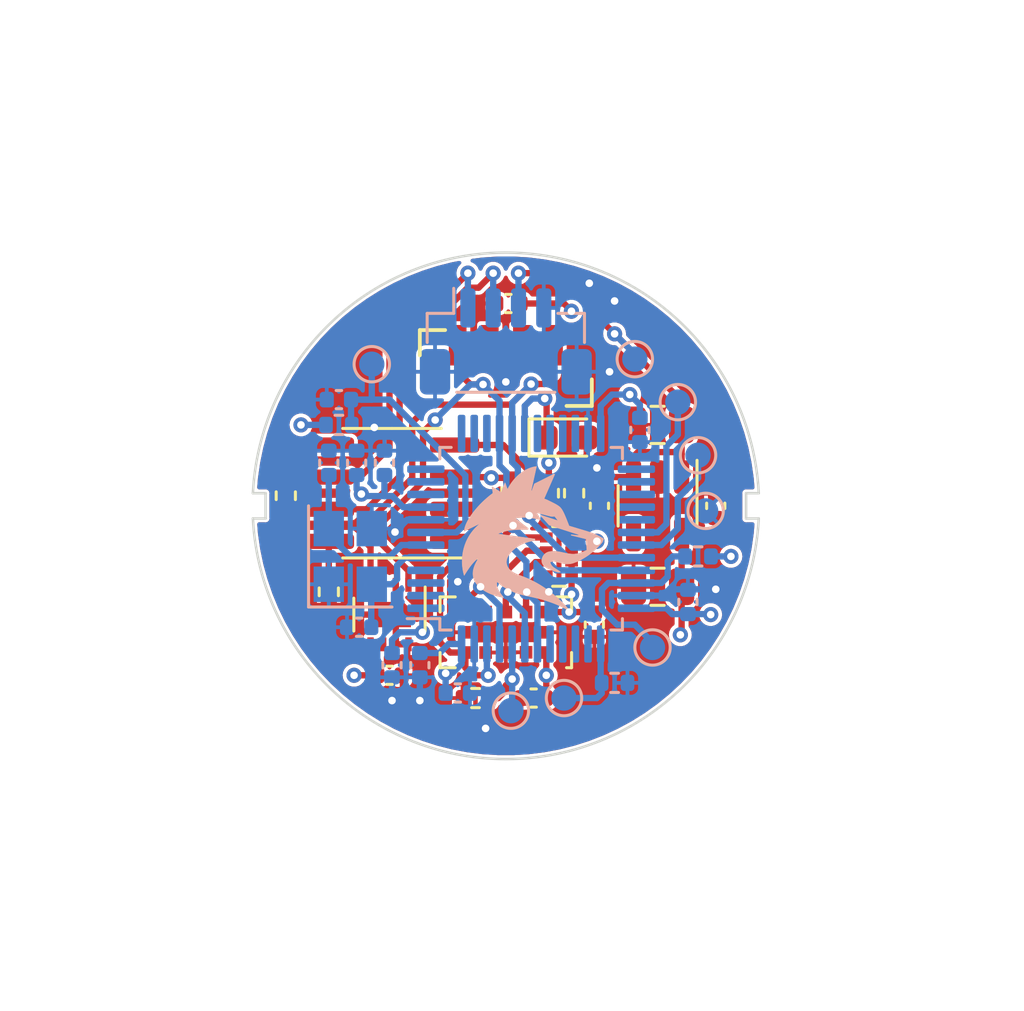
<source format=kicad_pcb>
(kicad_pcb (version 20211014) (generator pcbnew)
  (layers (0 "F.Cu" signal) (1 "In1.Cu" signal) (2 "In2.Cu" signal) (31 "B.Cu" signal) (34 "B.Paste" user) (35 "F.Paste" user) (36 "B.SilkS" user "B.Silkscreen") (37 "F.SilkS" user "F.Silkscreen") (38 "B.Mask" user) (39 "F.Mask" user) (44 "Edge.Cuts" user))
  (net 0 "")
  (net 1 "+3V3")
  (net 2 "GND")
  (net 3 "+5V")
  (net 4 "/CAN_{H}")
  (net 5 "/CAN_{L}")
  (net 6 "/UART_TX")
  (net 7 "/UART_RX")
  (net 8 "Net-(R2-Pad2)")
  (net 9 "/SHUT")
  (net 10 "/INT")
  (net 11 "/SCL")
  (net 12 "/SDA")
  (net 13 "/SWDIO")
  (net 14 "/SWCLK")
  (net 15 "/BOOT0")
  (net 16 "/BOOT1")
  (net 24 "/CAN_RX")
  (net 25 "/CAN_TX")
  (net 29 "/NRST")
  (net 31 "Net-(C13-Pad1)")
  (net 32 "Net-(C14-Pad1)")
  (net 34 "Net-(D1-Pad2)")
  (net 46 "Net-(D1-Pad1)")
  (footprint "Resistor_SMD:R_0402_1005Metric" (layer "F.Cu") (at 91.3 99.6 90)
    (fp_text reference "R4" hide)
    (fp_text value "120R")
  )
  (footprint "Package_SO:SOIC-8_3.9x4.9mm_P1.27mm" (layer "F.Cu") (at 95.5 99.5 180)
    (fp_text reference "U3" hide)
    (fp_text value "SN65HVD230")
  )
  (footprint "Resistor_SMD:R_0402_1005Metric" (layer "F.Cu") (at 101.7 99.5 90)
    (fp_text reference "R13" hide)
    (fp_text value "10K")
  )
  (footprint "Capacitor_SMD:C_0402_1005Metric" (layer "F.Cu") (at 100.2 99.4 -90)
    (fp_text reference "C15" hide)
    (fp_text value "100nF")
  )
  (footprint "Package_TO_SOT_SMD:SOT-23-5" (layer "F.Cu") (at 106 100 -90)
    (fp_text reference "U1" hide)
    (fp_text value "ME6211C33M5G-N")
  )
  (footprint "Resistor_SMD:R_0402_1005Metric" (layer "F.Cu") (at 93 103.4 90)
    (fp_text reference "R2" hide)
    (fp_text value "0R")
  )
  (footprint "Capacitor_SMD:C_0402_1005Metric" (layer "F.Cu") (at 103.7 100 -90)
    (fp_text reference "C8" hide)
    (fp_text value "100nF")
  )
  (footprint "OptoDevice:ST_VL53L1X" (layer "F.Cu") (at 100 105 180)
    (fp_text reference "U6" hide)
    (fp_text value "VL53L1CXV0FY1")
  )
  (footprint "Capacitor_SMD:C_0402_1005Metric" (layer "F.Cu") (at 100.1 92)
    (fp_text reference "C17" hide)
    (fp_text value "100nF")
  )
  (footprint "Capacitor_SMD:C_0402_1005Metric" (layer "F.Cu") (at 101.1 107.6 180)
    (fp_text reference "C19" hide)
    (fp_text value "4.7uF")
  )
  (footprint "Capacitor_SMD:C_0402_1005Metric" (layer "F.Cu") (at 103.5 104.7 -90)
    (fp_text reference "C18" hide)
    (fp_text value "100nF")
  )
  (footprint "Sensor_Humidity:Sensirion_DFN-8-1EP_2.5x2.5mm_P0.5mm_EP1.1x1.7mm" (layer "F.Cu") (at 95.4 104.3 -90)
    (fp_text reference "U4" hide)
    (fp_text value "SHT30-DIS")
  )
  (footprint "Capacitor_SMD:C_0402_1005Metric" (layer "F.Cu") (at 95.4 106.7 180)
    (fp_text reference "C16" hide)
    (fp_text value "100nF")
  )
  (footprint "Capacitor_SMD:C_0805_2012Metric" (layer "F.Cu") (at 106 96.8 180)
    (fp_text reference "C6" hide)
    (fp_text value "10uF")
  )
  (footprint "Capacitor_SMD:C_0402_1005Metric" (layer "F.Cu") (at 108.3 100 90)
    (fp_text reference "C12" hide)
    (fp_text value "100nF")
  )
  (footprint "LED_SMD:LED_0603_1608Metric" (layer "F.Cu") (at 102.4 97.3)
    (fp_text reference "D1" hide)
    (fp_text value "LED")
  )
  (footprint "Resistor_SMD:R_0402_1005Metric" (layer "F.Cu") (at 102.7 99.5 90)
    (fp_text reference "R3" hide)
    (fp_text value "13R")
  )
  (footprint "lib_fp:VEML7700-TOP" (layer "F.Cu") (at 100 95 180)
    (fp_text reference "U5" hide)
    (fp_text value "VEML7700")
  )
  (footprint "Resistor_SMD:R_0402_1005Metric" (layer "F.Cu") (at 98.8 107.6)
    (fp_text reference "R11" hide)
    (fp_text value "10K")
  )
  (footprint "Capacitor_SMD:C_0805_2012Metric" (layer "F.Cu") (at 106 103.2 180)
    (fp_text reference "C11" hide)
    (fp_text value "10uF")
  )
  (footprint "Resistor_SMD:R_Array_Convex_4x0402" (layer "F.Cu") (at 102.1 102)
    (fp_text reference "RN1" hide)
    (fp_text value "10K")
  )
  (footprint "TestPoint:TestPoint_Pad_D1.0mm" (layer "B.Cu") (at 94.7 94.4 180)
    (fp_text reference "TP6" hide)
    (fp_text value "TestPoint")
  )
  (footprint "TestPoint:TestPoint_Pad_D1.0mm" (layer "B.Cu") (at 107.9 100.2 180)
    (fp_text reference "TP8" hide)
    (fp_text value "TestPoint")
  )
  (footprint "TestPoint:TestPoint_Pad_D1.0mm" (layer "B.Cu") (at 100.2 108.1 180)
    (fp_text reference "TP7" hide)
    (fp_text value "TestPoint")
  )
  (footprint "Resistor_SMD:R_0402_1005Metric" (layer "B.Cu") (at 107.6 102)
    (fp_text reference "R9" hide)
    (fp_text value "10K")
  )
  (footprint "Capacitor_SMD:C_0402_1005Metric" (layer "B.Cu") (at 105.3 97 -90)
    (fp_text reference "C3" hide)
    (fp_text value "100nF")
  )
  (footprint "TestPoint:TestPoint_Pad_D1.0mm" (layer "B.Cu") (at 107.6 98 180)
    (fp_text reference "TP5" hide)
    (fp_text value "TestPoint")
  )
  (footprint "Package_QFP:LQFP-48_7x7mm_P0.5mm" (layer "B.Cu") (at 101 101.3)
    (fp_text reference "U2" hide)
    (fp_text value "GD32E103C8T6")
  )
  (footprint "Capacitor_SMD:C_0402_1005Metric" (layer "B.Cu") (at 98.1 107.4)
    (fp_text reference "C2" hide)
    (fp_text value "100nF")
  )
  (footprint "Capacitor_SMD:C_0402_1005Metric" (layer "B.Cu") (at 93.4 95.8 180)
    (fp_text reference "C5" hide)
    (fp_text value "100nF")
  )
  (footprint "Capacitor_SMD:C_0402_1005Metric" (layer "B.Cu") (at 94.2 104.8 180)
    (fp_text reference "C14" hide)
    (fp_text value "20pF")
  )
  (footprint "Capacitor_SMD:C_0402_1005Metric" (layer "B.Cu") (at 95.2 98.3 90)
    (fp_text reference "C10" hide)
    (fp_text value "10nF")
  )
  (footprint "Capacitor_SMD:C_0402_1005Metric" (layer "B.Cu") (at 96.6 106.3 -90)
    (fp_text reference "C7" hide)
    (fp_text value "4.7uF")
  )
  (footprint "TestPoint:TestPoint_Pad_D1.0mm" (layer "B.Cu") (at 105.1 94.2 180)
    (fp_text reference "TP1" hide)
    (fp_text value "TestPoint")
  )
  (footprint "Capacitor_SMD:C_0402_1005Metric" (layer "B.Cu") (at 107.2 103.8 90)
    (fp_text reference "C4" hide)
    (fp_text value "100nF")
  )
  (footprint "Capacitor_SMD:C_0402_1005Metric" (layer "B.Cu") (at 94.1 98.3 90)
    (fp_text reference "C9" hide)
    (fp_text value "1uF")
  )
  (footprint "Resistor_SMD:R_0402_1005Metric" (layer "B.Cu") (at 93.4 96.8)
    (fp_text reference "R1" hide)
    (fp_text value "10K")
  )
  (footprint "Capacitor_SMD:C_0402_1005Metric" (layer "B.Cu") (at 93 98.3 90)
    (fp_text reference "C13" hide)
    (fp_text value "20pF")
  )
  (footprint "TestPoint:TestPoint_Pad_D1.0mm" (layer "B.Cu") (at 105.8 105.6 180)
    (fp_text reference "TP2" hide)
    (fp_text value "TestPoint")
  )
  (footprint "Resistor_SMD:R_0402_1005Metric" (layer "B.Cu") (at 104.3 107 180)
    (fp_text reference "R10" hide)
    (fp_text value "10K")
  )
  (footprint "Connector_JST:JST_SH_BM04B-SRSS-TB_1x04-1MP_P1.00mm_Vertical" (layer "B.Cu") (at 100 93.5)
    (fp_text reference "J1" hide)
    (fp_text value "Conn_01x04_MountingPin")
  )
  (footprint "TestPoint:TestPoint_Pad_D1.0mm" (layer "B.Cu") (at 102.3 107.6 180)
    (fp_text reference "TP3" hide)
    (fp_text value "TestPoint")
  )
  (footprint "Capacitor_SMD:C_0402_1005Metric" (layer "B.Cu") (at 95.5 106.3 -90)
    (fp_text reference "C1" hide)
    (fp_text value "100nF")
  )
  (footprint "Crystal:Crystal_SMD_3225-4Pin_3.2x2.5mm" (layer "B.Cu") (at 93.85 102 90)
    (fp_text reference "Y1" hide)
    (fp_text value "8MHz 20pF")
  )
  (footprint "TestPoint:TestPoint_Pad_D1.0mm" (layer "B.Cu") (at 106.8 95.9 180)
    (fp_text reference "TP4" hide)
    (fp_text value "TestPoint")
  )
  (gr_poly (pts (xy 101 99.4) (xy 101.028839 99.408202) (xy 101.129646 99.131183) (xy 101.912547 98.738807) (xy 101.933714 98.753624) (xy 101.510381 99.719353) (xy 101.53169 99.728012) (xy 101.552561 99.736241) (xy 101.59303 99.752062) (xy 101.612646 99.759983) (xy 101.631862 99.768131) (xy 101.650687 99.77667) (xy 101.66913 99.785764) (xy 101.893596 99.897153) (xy 101.948883 99.926241) (xy 102.002989 99.956916) (xy 102.029467 99.973019) (xy 102.055489 99.989724) (xy 102.081004 100.007099) (xy 102.105958 100.025211) (xy 102.12148 100.037643) (xy 102.136411 100.051072) (xy 102.150773 100.065416) (xy 102.164588 100.080592) (xy 102.177879 100.096518) (xy 102.190669 100.113113) (xy 102.20298 100.130293) (xy 102.214834 100.147978) (xy 102.226254 100.166084) (xy 102.237263 100.18453) (xy 102.247882 100.203233) (xy 102.258135 100.222111) (xy 102.27763 100.260064) (xy 102.295929 100.297732) (xy 102.324988 100.361451) (xy 102.35274 100.425546) (xy 102.379337 100.489622) (xy 102.404937 100.553286) (xy 102.500452 100.795942) (xy 103.203846 101.006219) (xy 103.289369 101.034535) (xy 103.374145 101.064633) (xy 103.458112 101.096913) (xy 103.541207 101.131772) (xy 103.623365 101.169612) (xy 103.704523 101.21083) (xy 103.784617 101.255826) (xy 103.863585 101.305) (xy 103.858824 101.316439) (xy 103.854421 101.327817) (xy 103.846436 101.350268) (xy 103.831967 101.393106) (xy 103.828291 101.403209) (xy 103.824465 101.413009) (xy 103.820426 101.422475) (xy 103.816108 101.431578) (xy 103.81145 101.440287) (xy 103.806387 101.448572) (xy 103.800856 101.456403) (xy 103.794793 101.46375) (xy 103.735876 101.528518) (xy 103.675768 101.591694) (xy 103.614413 101.653185) (xy 103.551756 101.7129) (xy 103.487742 101.770747) (xy 103.422313 101.826634) (xy 103.355415 101.88047) (xy 103.286991 101.932161) (xy 103.216986 101.981617) (xy 103.145344 102.028746) (xy 103.072009 102.073456) (xy 102.996925 102.115654) (xy 102.920037 102.15525) (xy 102.841288 102.19215) (xy 102.760624 102.226264) (xy 102.677987 102.2575) (xy 102.639114 102.269948) (xy 102.600188 102.27981) (xy 102.561221 102.287232) (xy 102.522222 102.292363) (xy 102.483201 102.295349) (xy 102.444169 102.296339) (xy 102.405135 102.29548) (xy 102.366109 102.292921) (xy 102.327102 102.288808) (xy 102.288124 102.283289) (xy 102.249185 102.276512) (xy 102.210294 102.268625) (xy 102.1327 102.25011) (xy 102.055422 102.228925) (xy 101.993092 102.211556) (xy 101.967421 102.204721) (xy 101.944822 102.199114) (xy 101.924851 102.19473) (xy 101.907064 102.191565) (xy 101.891017 102.189614) (xy 101.876266 102.188874) (xy 101.862369 102.18934) (xy 101.848879 102.191008) (xy 101.835356 102.193873) (xy 101.821353 102.197932) (xy 101.806428 102.20318) (xy 101.790137 102.209612) (xy 101.75168 102.226015) (xy 101.756177 102.246065) (xy 101.761651 102.265121) (xy 101.768058 102.283232) (xy 101.775352 102.300449) (xy 101.78349 102.31682) (xy 101.792427 102.332396) (xy 101.802117 102.347225) (xy 101.812518 102.361358) (xy 101.823583 102.374843) (xy 101.835269 102.387731) (xy 101.847531 102.40007) (xy 101.860325 102.411911) (xy 101.873605 102.423302) (xy 101.887327 102.434294) (xy 101.91592 102.455277) (xy 101.945747 102.475255) (xy 101.976452 102.494624) (xy 102.039067 102.533122) (xy 102.070265 102.553042) (xy 102.100914 102.573939) (xy 102.130657 102.596207) (xy 102.145078 102.60798) (xy 102.159139 102.620244) (xy 102.151332 102.620943) (xy 102.143688 102.621819) (xy 102.128902 102.623911) (xy 102.101393 102.628149) (xy 102.09496 102.628945) (xy 102.088709 102.629543) (xy 102.082642 102.629896) (xy 102.076762 102.629955) (xy 102.071071 102.629675) (xy 102.065572 102.629009) (xy 102.060267 102.62791) (xy 102.055158 102.62633) (xy 101.833007 102.545632) (xy 101.778097 102.524108) (xy 101.723903 102.50124) (xy 101.670659 102.476622) (xy 101.644465 102.463531) (xy 101.618595 102.449852) (xy 101.593461 102.435382) (xy 101.56954 102.419937) (xy 101.546959 102.4035) (xy 101.525846 102.386051) (xy 101.51588 102.37694) (xy 101.506329 102.36757) (xy 101.497208 102.357938) (xy 101.488533 102.34804) (xy 101.480322 102.337875) (xy 101.472589 102.327441) (xy 101.46535 102.316734) (xy 101.458622 102.305754) (xy 101.45242 102.294496) (xy 101.44676 102.28296) (xy 101.441658 102.271142) (xy 101.437131 102.25904) (xy 101.433194 102.246652) (xy 101.429862 102.233975) (xy 101.427153 102.221007) (xy 101.425081 102.207746) (xy 101.423664 102.194189) (xy 101.422916 102.180334) (xy 101.422854 102.166179) (xy 101.423493 102.151721) (xy 101.42485 102.136958) (xy 101.426941 102.121887) (xy 101.429781 102.106506) (xy 101.433387 102.090812) (xy 101.437621 102.075182) (xy 101.442333 102.059989) (xy 101.447512 102.045235) (xy 101.453152 102.030919) (xy 101.459242 102.01704) (xy 101.465775 102.0036) (xy 101.472742 101.990596) (xy 101.480135 101.97803) (xy 101.487945 101.9659) (xy 101.496163 101.954207) (xy 101.504781 101.94295) (xy 101.513791 101.932129) (xy 101.523184 101.921744) (xy 101.532951 101.911795) (xy 101.543083 101.902281) (xy 101.553574 101.893202) (xy 101.564413 101.884557) (xy 101.575592 101.876348) (xy 101.587103 101.868573) (xy 101.598937 101.861232) (xy 101.611086 101.854325) (xy 101.623541 101.847851) (xy 101.649336 101.836204) (xy 101.676254 101.826289) (xy 101.704225 101.818104) (xy 101.733182 101.811646) (xy 101.763057 101.806914) (xy 101.811901 101.802394) (xy 101.860828 101.799852) (xy 101.909779 101.799284) (xy 101.958692 101.800688) (xy 102.00751 101.804061) (xy 102.056171 101.8094) (xy 102.104617 101.816702) (xy 102.152788 101.825964) (xy 102.339989 101.866247) (xy 102.433544 101.884751) (xy 102.480366 101.892683) (xy 102.52724 101.899386) (xy 102.574183 101.904601) (xy 102.62121 101.908068) (xy 102.668337 101.909525) (xy 102.715582 101.908713) (xy 102.76296 101.905371) (xy 102.810488 101.899238) (xy 102.858182 101.890054) (xy 102.906057 101.877559) (xy 102.926615 101.871197) (xy 102.947002 101.864357) (xy 102.987202 101.849488) (xy 103.026534 101.83344) (xy 103.064874 101.816704) (xy 103.13808 101.783127) (xy 103.172699 101.767265) (xy 103.20583 101.752675) (xy 103.174345 101.308969) (xy 102.583794 101.16239) (xy 102.58644 101.143869) (xy 102.86928 101.170327) (xy 102.87854 101.136989) (xy 101.714374 100.760487) (xy 101.386821 100.397744) (xy 101.399785 100.373402) (xy 102.071562 100.593006) (xy 101.933715 100.416793) (xy 101.91166 100.417159) (xy 101.890679 100.418034) (xy 101.851562 100.419968) (xy 101.83324 100.420359) (xy 101.824348 100.420264) (xy 101.815619 100.419919) (xy 101.807043 100.419282) (xy 101.798606 100.418313) (xy 101.790299 100.416968) (xy 101.782108 100.415206) (xy 101.645401 100.381141) (xy 101.506412 100.344893) (xy 101.210079 100.266245) (xy 101.373856 100.540353) (xy 101.309331 100.529992) (xy 101.245455 100.519025) (xy 101.119162 100.496929) (xy 101.056504 100.486623) (xy 100.99401 100.477362) (xy 100.931559 100.469558) (xy 100.869031 100.463624) (xy 100.805366 100.460067) (xy 100.741664 100.458389) (xy 100.677969 100.45859) (xy 100.614321 100.460667) (xy 100.550762 100.464619) (xy 100.487333 100.470443) (xy 100.424076 100.478138) (xy 100.361032 100.487702) (xy 100.884906 100.893307) (xy 100.872471 100.935641) (xy 100.567886 100.937042) (xy 100.416015 100.94238) (xy 100.340304 100.947254) (xy 100.264789 100.953996) (xy 100.189503 100.962906) (xy 100.114481 100.974282) (xy 100.039756 100.988423) (xy 99.965363 101.005627) (xy 99.891336 101.026195) (xy 99.817709 101.050423) (xy 99.744516 101.078612) (xy 99.671792 101.11106) (xy 101.147638 101.307645) (xy 101.14896 101.358709) (xy 101.091777 101.373724) (xy 101.063124 101.380959) (xy 101.048771 101.384356) (xy 101.034396 101.387549) (xy 100.971966 101.401938) (xy 100.910426 101.41798) (xy 100.849832 101.435764) (xy 100.790244 101.455381) (xy 100.731719 101.47692) (xy 100.674316 101.500472) (xy 100.618093 101.526126) (xy 100.563107 101.553972) (xy 100.509418 101.5841) (xy 100.457083 101.616599) (xy 100.40616 101.651561) (xy 100.356707 101.689075) (xy 100.308783 101.72923) (xy 100.262446 101.772117) (xy 100.217754 101.817825) (xy 100.174765 101.866445) (xy 100.153021 101.893132) (xy 100.132983 101.919898) (xy 100.114646 101.946719) (xy 100.098006 101.973571) (xy 100.083061 102.000429) (xy 100.069807 102.027272) (xy 100.05824 102.054073) (xy 100.048356 102.080811) (xy 100.040153 102.107461) (xy 100.033626 102.133998) (xy 100.028772 102.160401) (xy 100.025588 102.186644) (xy 100.02407 102.212704) (xy 100.024214 102.238557) (xy 100.026017 102.264179) (xy 100.029476 102.289547) (xy 100.034586 102.314636) (xy 100.041345 102.339423) (xy 100.049748 102.363885) (xy 100.059793 102.387997) (xy 100.071475 102.411735) (xy 100.084791 102.435077) (xy 100.099738 102.457997) (xy 100.116313 102.480472) (xy 100.13451 102.502479) (xy 100.154328 102.523994) (xy 100.175762 102.544992) (xy 100.198809 102.565451) (xy 100.223466 102.585345) (xy 100.249728 102.604653) (xy 100.277593 102.623349) (xy 100.307056 102.641409) (xy 100.338898 102.658688) (xy 100.371117 102.675218) (xy 100.403702 102.690994) (xy 100.436639 102.70601) (xy 100.469915 102.72026) (xy 100.503515 102.733738) (xy 100.537428 102.746438) (xy 100.571639 102.758355) (xy 100.705438 102.808704) (xy 100.836491 102.863066) (xy 100.964848 102.921376) (xy 101.090553 102.983565) (xy 101.213654 103.049569) (xy 101.334198 103.119319) (xy 101.452229 103.19275) (xy 101.567796 103.269795) (xy 101.680944 103.350387) (xy 101.79172 103.434459) (xy 101.900171 103.521945) (xy 102.006343 103.612778) (xy 102.110282 103.706891) (xy 102.212036 103.804218) (xy 102.31165 103.904692) (xy 102.409171 104.008247) (xy 102.413482 104.013238) (xy 102.4177 104.018299) (xy 102.425956 104.028686) (xy 102.434137 104.03952) (xy 102.442442 104.050911) (xy 102.460219 104.075815) (xy 102.470087 104.089551) (xy 102.480873 104.104291) (xy 102.475498 104.104352) (xy 102.470384 104.104519) (xy 102.460909 104.105072) (xy 102.44479 104.106374) (xy 102.438041 104.106733) (xy 102.434971 104.106753) (xy 102.432094 104.106635) (xy 102.429406 104.106354) (xy 102.426898 104.105886) (xy 102.424565 104.105206) (xy 102.4224 104.104291) (xy 102.329134 104.052615) (xy 102.234815 104.004041) (xy 102.139496 103.958409) (xy 102.043236 103.91556) (xy 101.946088 103.875335) (xy 101.84811 103.837572) (xy 101.749356 103.802114) (xy 101.649883 103.768799) (xy 101.449002 103.707964) (xy 101.245914 103.653788) (xy 101.041064 103.604995) (xy 100.8349 103.560308) (xy 100.67748 103.524368) (xy 100.599867 103.504016) (xy 100.523076 103.481892) (xy 100.447173 103.457858) (xy 100.372226 103.431776) (xy 100.298301 103.403508) (xy 100.225465 103.372917) (xy 100.153786 103.339863) (xy 100.083331 103.30421) (xy 100.014166 103.265818) (xy 99.946359 103.224551) (xy 99.879977 103.180271) (xy 99.815086 103.132838) (xy 99.751754 103.082116) (xy 99.690048 103.027966) (xy 99.684786 103.024994) (xy 99.67943 103.022205) (xy 99.673985 103.019602) (xy 99.668456 103.017187) (xy 99.662848 103.014962) (xy 99.657166 103.012928) (xy 99.651414 103.011089) (xy 99.645598 103.009445) (xy 99.642345 103.033908) (xy 99.640293 103.057802) (xy 99.639397 103.081151) (xy 99.639609 103.103977) (xy 99.640883 103.126305) (xy 99.643174 103.148157) (xy 99.646434 103.169557) (xy 99.650617 103.190528) (xy 99.655677 103.211094) (xy 99.661567 103.231278) (xy 99.675652 103.270593) (xy 99.692501 103.30866) (xy 99.711744 103.345665) (xy 99.733008 103.381797) (xy 99.755922 103.41724) (xy 99.780115 103.452183) (xy 99.805216 103.486813) (xy 99.856656 103.555876) (xy 99.907271 103.625926) (xy 99.775693 103.598322) (xy 99.710733 103.582661) (xy 99.646412 103.56558) (xy 99.582793 103.54694) (xy 99.519941 103.526606) (xy 99.457919 103.50444) (xy 99.39679 103.480305) (xy 99.33662 103.454066) (xy 99.277472 103.425584) (xy 99.21941 103.394723) (xy 99.162498 103.361346) (xy 99.106799 103.325317) (xy 99.052379 103.286499) (xy 98.9993 103.244754) (xy 98.947627 103.199946) (xy 98.903416 103.156924) (xy 98.882943 103.134891) (xy 98.863557 103.112519) (xy 98.84526 103.089811) (xy 98.828053 103.066775) (xy 98.811936 103.043414) (xy 98.796909 103.019736) (xy 98.782974 102.995745) (xy 98.77013 102.971446) (xy 98.758378 102.946846) (xy 98.747718 102.921949) (xy 98.738152 102.896762) (xy 98.729679 102.871289) (xy 98.722301 102.845536) (xy 98.716017 102.819508) (xy 98.710829 102.793212) (xy 98.706736 102.766652) (xy 98.70374 102.739834) (xy 98.701841 102.712764) (xy 98.701039 102.685446) (xy 98.701335 102.657887) (xy 98.702729 102.630092) (xy 98.705223 102.602066) (xy 98.708816 102.573815) (xy 98.713509 102.545344) (xy 98.719303 102.516659) (xy 98.726198 102.487765) (xy 98.743293 102.429374) (xy 98.7648 102.370212) (xy 98.77311 102.349904) (xy 98.781845 102.329734) (xy 98.800457 102.289672) (xy 98.820364 102.249745) (xy 98.841297 102.209676) (xy 98.885165 102.127994) (xy 98.907559 102.085823) (xy 98.9299 102.042393) (xy 98.883573 102.079302) (xy 98.839255 102.117549) (xy 98.796809 102.157058) (xy 98.756098 102.197753) (xy 98.716985 102.239558) (xy 98.679334 102.282397) (xy 98.643007 102.326194) (xy 98.607869 102.370873) (xy 98.573781 102.416359) (xy 98.540608 102.462574) (xy 98.476458 102.556892) (xy 98.414323 102.653219) (xy 98.353108 102.750947) (xy 98.321847 102.632428) (xy 98.297857 102.508515) (xy 98.281653 102.380049) (xy 98.273746 102.247875) (xy 98.274649 102.112836) (xy 98.284875 101.975776) (xy 98.304937 101.837538) (xy 98.335348 101.698964) (xy 98.37662 101.560899) (xy 98.429266 101.424186) (xy 98.460015 101.3566) (xy 98.493799 101.289668) (xy 98.530684 101.223496) (xy 98.570732 101.158189) (xy 98.614008 101.093852) (xy 98.660577 101.030591) (xy 98.710502 100.968512) (xy 98.763847 100.907719) (xy 98.820677 100.848319) (xy 98.881055 100.790416) (xy 98.945046 100.734116) (xy 99.012714 100.679524) (xy 98.357341 101.000729) (xy 98.359397 100.965351) (xy 98.364371 100.928195) (xy 98.372187 100.889364) (xy 98.38277 100.848961) (xy 98.411929 100.763853) (xy 98.451235 100.6737) (xy 98.500079 100.579328) (xy 98.55785 100.481565) (xy 98.623936 100.381239) (xy 98.697728 100.279177) (xy 98.778613 100.176207) (xy 98.865982 100.073155) (xy 98.959223 99.97085) (xy 99.057726 99.870119) (xy 99.16088 99.771789) (xy 99.268074 99.676689) (xy 99.378697 99.585644) (xy 99.492139 99.499483) (xy 99.452981 99.245748) (xy 99.820223 99.473819) (xy 99.969977 99.088321) (xy 100.066285 99.352904) (xy 100.114175 99.261281) (xy 100.166831 99.173026) (xy 100.223908 99.088414) (xy 100.285062 99.007718) (xy 100.34995 98.931212) (xy 100.418226 98.859171) (xy 100.489548 98.791869) (xy 100.56357 98.729579) (xy 100.639948 98.672575) (xy 100.718338 98.621132) (xy 100.798397 98.575524) (xy 100.87978 98.536024) (xy 100.962142 98.502907) (xy 101.04514 98.476446) (xy 101.08677 98.465797) (xy 101.12843 98.456915) (xy 101.170076 98.449835) (xy 101.211667 98.44459)) (layer "B.SilkS") (width 0.02) (fill solid))
  (gr_line (start 109.5 100.5) (end 110 100.5) (layer "Edge.Cuts") (width 0.1))
  (gr_arc (start 90 99.5) (mid 100 89.987508) (end 110 99.5) (layer "Edge.Cuts") (width 0.1))
  (gr_arc (start 110 100.5) (mid 100 110.012492) (end 90 100.5) (layer "Edge.Cuts") (width 0.1))
  (gr_line (start 110 99.5) (end 109.5 99.5) (layer "Edge.Cuts") (width 0.1))
  (gr_line (start 90.5 100.5) (end 90 100.5) (layer "Edge.Cuts") (width 0.1))
  (gr_line (start 109.5 99.5) (end 109.5 100.5) (layer "Edge.Cuts") (width 0.1))
  (gr_line (start 90.5 99.5) (end 90.5 100.5) (layer "Edge.Cuts") (width 0.1))
  (gr_line (start 90 99.5) (end 90.5 99.5) (layer "Edge.Cuts") (width 0.1))
  (segment (start 102.6 101.25) (end 102.6 102.75) (width 0.25) (layer "F.Cu") (net 1))
  (segment (start 108.3 100.9) (end 108.0625 101.1375) (width 0.25) (layer "F.Cu") (net 1))
  (segment (start 102.6 92.3) (end 102.3 92) (width 0.25) (layer "F.Cu") (net 1))
  (segment (start 102.5 104.2) (end 103.48 104.2) (width 0.25) (layer "F.Cu") (net 1))
  (segment (start 103.48 104.2) (end 103.5 104.22) (width 0.25) (layer "F.Cu") (net 1))
  (segment (start 106.95 105.05) (end 106.95 103.2) (width 0.25) (layer "F.Cu") (net 1))
  (segment (start 101.6 106.7) (end 101.6 107.52) (width 0.25) (layer "F.Cu") (net 1))
  (segment (start 102.6 102.75) (end 102.6 103.4) (width 0.25) (layer "F.Cu") (net 1))
  (segment (start 101.6 104.2) (end 102.5 104.2) (width 0.25) (layer "F.Cu") (net 1))
  (segment (start 103.45 101.25) (end 103.6 101.4) (width 0.25) (layer "F.Cu") (net 1))
  (segment (start 102.6 100.7) (end 102.7 100.6) (width 0.25) (layer "F.Cu") (net 1))
  (segment (start 102.6 103.4) (end 102.6 103.5) (width 0.25) (layer "F.Cu") (net 1))
  (segment (start 94.92 106.7) (end 94 106.7) (width 0.25) (layer "F.Cu") (net 1))
  (segment (start 94.65 105.475) (end 94.925 105.475) (width 0.25) (layer "F.Cu") (net 1))
  (segment (start 106.9 105.1) (end 106.95 105.05) (width 0.25) (layer "F.Cu") (net 1))
  (segment (start 94.925 105.475) (end 95.15 105.475) (width 0.25) (layer "F.Cu") (net 1))
  (segment (start 102.593767 92.306233) (end 102.6 92.3) (width 0.25) (layer "F.Cu") (net 1))
  (segment (start 97.975 98.865) (end 99.465 98.865) (width 0.25) (layer "F.Cu") (net 1))
  (segment (start 102.3 92) (end 100.58 92) (width 0.25) (layer "F.Cu") (net 1))
  (segment (start 99.492752 98.892752) (end 99.422748 98.892752) (width 0.25) (layer "F.Cu") (net 1))
  (segment (start 102.7 100.01) (end 102.7 100.6) (width 0.25) (layer "F.Cu") (net 1))
  (segment (start 108.0625 101.1375) (end 106.95 101.1375) (width 0.25) (layer "F.Cu") (net 1))
  (segment (start 106.95 101.1375) (end 106.95 103.2) (width 0.25) (layer "F.Cu") (net 1))
  (segment (start 100.172752 98.892752) (end 100.2 98.92) (width 0.25) (layer "F.Cu") (net 1))
  (segment (start 100.635 93.65) (end 100.635 92.055) (width 0.25) (layer "F.Cu") (net 1))
  (segment (start 101.6 105.8) (end 101.6 106.7) (width 0.25) (layer "F.Cu") (net 1))
  (segment (start 94.9 106.68) (end 94.92 106.7) (width 0.25) (layer "F.Cu") (net 1))
  (segment (start 102.6 101.25) (end 103.45 101.25) (width 0.25) (layer "F.Cu") (net 1))
  (segment (start 94.9 105.5) (end 94.9 106.68) (width 0.25) (layer "F.Cu") (net 1))
  (segment (start 108.3 100.48) (end 108.3 100.9) (width 0.25) (layer "F.Cu") (net 1))
  (segment (start 99.422748 98.892752) (end 100.172752 98.892752) (width 0.25) (layer "F.Cu") (net 1))
  (segment (start 102.6 101.25) (end 102.6 100.7) (width 0.25) (layer "F.Cu") (net 1))
  (segment (start 100.635 92.055) (end 100.58 92) (width 0.25) (layer "F.Cu") (net 1))
  (segment (start 94.925 105.475) (end 94.9 105.5) (width 0.25) (layer "F.Cu") (net 1))
  (via (at 102.6 103.5) (size 0.6) (drill 0.3) (layers "F.Cu" "B.Cu") (net 1))
  (via (at 102.5 104.2) (size 0.6) (drill 0.3) (layers "F.Cu" "B.Cu") (net 1))
  (via (at 103.6 101.4) (size 0.6) (drill 0.3) (layers "F.Cu" "B.Cu") (net 1))
  (via (at 94.288196 99.533822) (size 0.6) (drill 0.3) (layers "F.Cu" "B.Cu") (net 1))
  (via (at 102.593767 92.306233) (size 0.6) (drill 0.3) (layers "F.Cu" "B.Cu") (net 1))
  (via (at 94 106.7) (size 0.6) (drill 0.3) (layers "F.Cu" "B.Cu") (net 1))
  (via (at 96.7 105) (size 0.6) (drill 0.3) (layers "F.Cu" "B.Cu") (net 1))
  (via (at 106.9 105.1) (size 0.6) (drill 0.3) (layers "F.Cu" "B.Cu") (net 1))
  (via (at 101.6 106.7) (size 0.6) (drill 0.3) (layers "F.Cu" "B.Cu") (net 1))
  (via (at 104.9 95.6) (size 0.6) (drill 0.3) (layers "F.Cu" "B.Cu") (net 1))
  (via (at 108.1 104.3) (size 0.6) (drill 0.3) (layers "F.Cu" "B.Cu") (net 1))
  (via (at 91.9 96.8) (size 0.6) (drill 0.3) (layers "F.Cu" "B.Cu") (net 1))
  (via (at 97.62 106.62) (size 0.6) (drill 0.3) (layers "F.Cu" "B.Cu") (net 1))
  (via (at 108.9 102) (size 0.6) (drill 0.3) (layers "F.Cu" "B.Cu") (net 1))
  (via (at 99.422748 98.892752) (size 0.6) (drill 0.3) (layers "F.Cu" "B.Cu") (net 1))
  (segment (start 92.341756 96.8) (end 92.89 96.8) (width 0.25) (layer "B.Cu") (net 1))
  (segment (start 97.38 105.82) (end 96.6 105.82) (width 0.25) (layer "B.Cu") (net 1))
  (segment (start 98.25 105.4625) (end 98.25 106.25) (width 0.25) (layer "B.Cu") (net 1))
  (segment (start 95.5 105.3) (end 95.8 105) (width 0.25) (layer "B.Cu") (net 1))
  (segment (start 96.7 105) (end 96.7 104.1875) (width 0.25) (layer "B.Cu") (net 1))
  (segment (start 108.1 104.3) (end 108.08 104.28) (width 0.25) (layer "B.Cu") (net 1))
  (segment (start 104.2 95.6) (end 103.75 96.05) (width 0.25) (layer "B.Cu") (net 1))
  (segment (start 105.3 96.52) (end 105.3 96) (width 0.25) (layer "B.Cu") (net 1))
  (segment (start 108.11 102) (end 108.9 102) (width 0.25) (layer "B.Cu") (net 1))
  (segment (start 105.3 96) (end 104.9 95.6) (width 0.25) (layer "B.Cu") (net 1))
  (segment (start 96.7 104.1875) (end 96.8375 104.05) (width 0.25) (layer "B.Cu") (net 1))
  (segment (start 95.2 99.6) (end 95.214505 99.614505) (width 0.25) (layer "B.Cu") (net 1))
  (segment (start 97.9 106.6) (end 97.6 106.6) (width 0.25) (layer "B.Cu") (net 1))
  (segment (start 94.1 99.345626) (end 94.1 98.78) (width 0.25) (layer "B.Cu") (net 1))
  (segment (start 97.62 107.4) (end 97.62 106.62) (width 0.25) (layer "B.Cu") (net 1))
  (segment (start 104.9 95.6) (end 104.2 95.6) (width 0.25) (layer "B.Cu") (net 1))
  (segment (start 97.7375 105.4625) (end 97.38 105.82) (width 0.25) (layer "B.Cu") (net 1))
  (segment (start 98.25 106.25) (end 97.9 106.6) (width 0.25) (layer "B.Cu") (net 1))
  (segment (start 95.8 105) (end 96.7 105) (width 0.25) (layer "B.Cu") (net 1))
  (segment (start 106.35 104.05) (end 105.1625 104.05) (width 0.25) (layer "B.Cu") (net 1))
  (segment (start 97.62 106.62) (end 97.6 106.6) (width 0.25) (layer "B.Cu") (net 1))
  (segment (start 108.08 104.28) (end 106.58 104.28) (width 0.25) (layer "B.Cu") (net 1))
  (segment (start 106.58 104.28) (end 106.35 104.05) (width 0.25) (layer "B.Cu") (net 1))
  (segment (start 94.368879 99.614505) (end 95.214505 99.614505) (width 0.25) (layer "B.Cu") (net 1))
  (segment (start 103.75 96.05) (end 103.75 97.1375) (width 0.25) (layer "B.Cu") (net 1))
  (segment (start 95.214505 99.614505) (end 95.506615 99.614505) (width 0.25) (layer "B.Cu") (net 1))
  (segment (start 95.506615 99.614505) (end 95.94211 100.05) (width 0.25) (layer "B.Cu") (net 1))
  (segment (start 95.2 98.78) (end 95.2 99.6) (width 0.25) (layer "B.Cu") (net 1))
  (segment (start 95.94211 100.05) (end 96.8375 100.05) (width 0.25) (layer "B.Cu") (net 1))
  (segment (start 91.9 96.8) (end 92.341756 96.8) (width 0.25) (layer "B.Cu") (net 1))
  (segment (start 98.25 105.4625) (end 97.7375 105.4625) (width 0.25) (layer "B.Cu") (net 1))
  (segment (start 94.288196 99.533822) (end 94.1 99.345626) (width 0.25) (layer "B.Cu") (net 1))
  (segment (start 95.5 105.82) (end 95.5 105.3) (width 0.25) (layer "B.Cu") (net 1))
  (segment (start 94.288196 99.533822) (end 94.368879 99.614505) (width 0.25) (layer "B.Cu") (net 1))
  (segment (start 95.65 105.475) (end 95.65 104.55) (width 0.25) (layer "F.Cu") (net 2))
  (segment (start 101.7 100.01) (end 101.7 100.6) (width 0.25) (layer "F.Cu") (net 2))
  (segment (start 95.65 105.475) (end 96.15 105.475) (width 0.25) (layer "F.Cu") (net 2))
  (segment (start 95.65 103.125) (end 95.65 104.05) (width 0.25) (layer "F.Cu") (net 2))
  (segment (start 95.4 104.3) (end 94.2 104.3) (width 0.25) (layer "F.Cu") (net 2))
  (segment (start 95.4 104.3) (end 96.6 104.3) (width 0.25) (layer "F.Cu") (net 2))
  (segment (start 95.65 104.05) (end 95.4 104.3) (width 0.25) (layer "F.Cu") (net 2))
  (segment (start 95.65 104.55) (end 95.4 104.3) (width 0.25) (layer "F.Cu") (net 2))
  (via (at 100 95.1) (size 0.6) (drill 0.3) (layers "F.Cu" "B.Cu") (net 2))
  (via (at 104.3 91.9) (size 0.6) (drill 0.3) (layers "F.Cu" "B.Cu") (net 2))
  (via (at 94.8 96.9) (size 0.6) (drill 0.3) (layers "F.Cu" "B.Cu") (net 2))
  (via (at 108.3 103.3) (size 0.6) (drill 0.3) (layers "F.Cu" "B.Cu") (net 2))
  (via (at 95.618532 101.035923) (size 0.6) (drill 0.3) (layers "F.Cu" "B.Cu") (net 2))
  (via (at 99.2 108.8) (size 0.6) (drill 0.3) (layers "F.Cu" "B.Cu") (net 2))
  (via (at 95.5 107.7) (size 0.6) (drill 0.3) (layers "F.Cu" "B.Cu") (net 2))
  (via (at 103.3 91.2) (size 0.6) (drill 0.3) (layers "F.Cu" "B.Cu") (net 2))
  (via (at 96.6 107.7) (size 0.6) (drill 0.3) (layers "F.Cu" "B.Cu") (net 2))
  (via (at 101.7 103.4) (size 0.6) (drill 0.3) (layers "F.Cu" "B.Cu") (net 2))
  (via (at 104.1 94.7) (size 0.6) (drill 0.3) (layers "F.Cu" "B.Cu") (net 2))
  (via (at 103.6 98.5) (size 0.6) (drill 0.3) (layers "F.Cu" "B.Cu") (net 2))
  (via (at 98.1 103) (size 0.6) (drill 0.3) (layers "F.Cu" "B.Cu") (net 2))
  (segment (start 106.35 103.55) (end 106.6 103.3) (width 0.25) (layer "B.Cu") (net 2))
  (segment (start 95.618532 101.035923) (end 96.104455 100.55) (width 0.25) (layer "B.Cu") (net 2))
  (segment (start 96.104455 100.55) (end 96.8375 100.55) (width 0.25) (layer "B.Cu") (net 2))
  (segment (start 106.6 103.3) (end 108.3 103.3) (width 0.25) (layer "B.Cu") (net 2))
  (segment (start 99.2 107.5) (end 99.1 107.4) (width 0.25) (layer "B.Cu") (net 2))
  (segment (start 99.1 107.4) (end 98.58 107.4) (width 0.25) (layer "B.Cu") (net 2))
  (segment (start 96.6 106.78) (end 96.6 107.7) (width 0.25) (layer "B.Cu") (net 2))
  (segment (start 99.2 108.8) (end 99.2 107.5) (width 0.25) (layer "B.Cu") (net 2))
  (segment (start 106.35 103.55) (end 105.1625 103.55) (width 0.25) (layer "B.Cu") (net 2))
  (segment (start 95.5 106.78) (end 95.5 107.7) (width 0.25) (layer "B.Cu") (net 2))
  (segment (start 106.95 97.95) (end 106.95 98.8625) (width 0.25) (layer "F.Cu") (net 3))
  (segment (start 105.05 98.05) (end 105.05 98.8625) (width 0.25) (layer "F.Cu") (net 3))
  (segment (start 101.9 90.8) (end 100.5 90.8) (width 0.25) (layer "F.Cu") (net 3))
  (segment (start 106.95 95.85) (end 101.9 90.8) (width 0.25) (layer "F.Cu") (net 3))
  (segment (start 106.95 97.95) (end 106.875 97.875) (width 0.25) (layer "F.Cu") (net 3))
  (segment (start 103.7 99.52) (end 103.7 99.213173) (width 0.25) (layer "F.Cu") (net 3))
  (segment (start 106.95 96.8) (end 106.95 95.85) (width 0.25) (layer "F.Cu") (net 3))
  (segment (start 104.050673 98.8625) (end 105.05 98.8625) (width 0.25) (layer "F.Cu") (net 3))
  (segment (start 106.875 97.875) (end 105.225 97.875) (width 0.25) (layer "F.Cu") (net 3))
  (segment (start 105.225 97.875) (end 105.05 98.05) (width 0.25) (layer "F.Cu") (net 3))
  (segment (start 103.7 99.213173) (end 104.050673 98.8625) (width 0.25) (layer "F.Cu") (net 3))
  (segment (start 106.95 96.8) (end 106.95 97.95) (width 0.25) (layer "F.Cu") (net 3))
  (via (at 100.5 90.8) (size 0.6) (drill 0.3) (layers "F.Cu" "B.Cu") (net 3))
  (via (at 104.3 93.2) (size 0.6) (drill 0.3) (layers "F.Cu" "B.Cu") (net 3))
  (segment (start 100.5 92.175) (end 100.5 90.8) (width 0.25) (layer "B.Cu") (net 3))
  (segment (start 105.1 94) (end 104.3 93.2) (width 0.25) (layer "B.Cu") (net 3))
  (segment (start 105.1 94.2) (end 105.1 94) (width 0.25) (layer "B.Cu") (net 3))
  (segment (start 94.499484 100.135) (end 93.025 100.135) (width 0.25) (layer "F.Cu") (net 4))
  (segment (start 91.325 100.135) (end 91.3 100.11) (width 0.25) (layer "F.Cu") (net 4))
  (segment (start 98.925 91.375) (end 98.490686 91.375) (width 0.25) (layer "F.Cu") (net 4))
  (segment (start 95.8 98.834484) (end 94.499484 100.135) (width 0.25) (layer "F.Cu") (net 4))
  (segment (start 98.490686 91.375) (end 95.8 94.065686) (width 0.25) (layer "F.Cu") (net 4))
  (segment (start 93.025 100.135) (end 91.325 100.135) (width 0.25) (layer "F.Cu") (net 4))
  (segment (start 99.5 90.8) (end 98.925 91.375) (width 0.25) (layer "F.Cu") (net 4))
  (segment (start 95.8 94.065686) (end 95.8 98.834484) (width 0.25) (layer "F.Cu") (net 4))
  (via (at 99.5 90.8) (size 0.6) (drill 0.3) (layers "F.Cu" "B.Cu") (net 4))
  (segment (start 99.5 90.8) (end 99.5 92.175) (width 0.25) (layer "B.Cu") (net 4))
  (segment (start 92.035 98.865) (end 91.8 99.1) (width 0.25) (layer "F.Cu") (net 5))
  (segment (start 91.8 99.1) (end 91.31 99.1) (width 0.25) (layer "F.Cu") (net 5))
  (segment (start 93.025 98.865) (end 92.035 98.865) (width 0.25) (layer "F.Cu") (net 5))
  (segment (start 91.31 99.1) (end 91.3 99.09) (width 0.25) (layer "F.Cu") (net 5))
  (segment (start 95.4 93.9) (end 95.4 97.7) (width 0.25) (layer "F.Cu") (net 5))
  (segment (start 95.4 97.7) (end 94.235 98.865) (width 0.25) (layer "F.Cu") (net 5))
  (segment (start 94.235 98.865) (end 93.025 98.865) (width 0.25) (layer "F.Cu") (net 5))
  (segment (start 98.5 90.8) (end 95.4 93.9) (width 0.25) (layer "F.Cu") (net 5))
  (via (at 98.5 90.8) (size 0.6) (drill 0.3) (layers "F.Cu" "B.Cu") (net 5))
  (segment (start 98.5 90.8) (end 98.5 92.175) (width 0.25) (layer "B.Cu") (net 5))
  (segment (start 106.35 97.631802) (end 106.35 100.713604) (width 0.25) (layer "B.Cu") (net 6))
  (segment (start 106.35 100.713604) (end 106.013604 101.05) (width 0.25) (layer "B.Cu") (net 6))
  (segment (start 106.8 97.181802) (end 106.35 97.631802) (width 0.25) (layer "B.Cu") (net 6))
  (segment (start 106.8 95.9) (end 106.8 97.181802) (width 0.25) (layer "B.Cu") (net 6))
  (segment (start 106.013604 101.05) (end 105.1625 101.05) (width 0.25) (layer "B.Cu") (net 6))
  (segment (start 107.6 98.9) (end 107.6 98) (width 0.25) (layer "B.Cu") (net 7))
  (segment (start 105.1625 101.55) (end 106.15 101.55) (width 0.25) (layer "B.Cu") (net 7))
  (segment (start 106.8 100.9) (end 106.8 99.7) (width 0.25) (layer "B.Cu") (net 7))
  (segment (start 106.8 99.7) (end 107.6 98.9) (width 0.25) (layer "B.Cu") (net 7))
  (segment (start 106.15 101.55) (end 106.8 100.9) (width 0.25) (layer "B.Cu") (net 7))
  (segment (start 93 101.43) (end 93.025 101.405) (width 0.25) (layer "F.Cu") (net 8))
  (segment (start 93 102.89) (end 93 101.43) (width 0.25) (layer "F.Cu") (net 8))
  (segment (start 99.563604 102.3) (end 100.613604 101.25) (width 0.25) (layer "F.Cu") (net 9))
  (segment (start 97.8 105.8) (end 98.4 105.8) (width 0.25) (layer "F.Cu") (net 9))
  (segment (start 97.4 105.4) (end 97.8 105.8) (width 0.25) (layer "F.Cu") (net 9))
  (segment (start 97.4 102.8) (end 97.4 105.4) (width 0.25) (layer "F.Cu") (net 9))
  (segment (start 97.9 102.3) (end 97.4 102.8) (width 0.25) (layer "F.Cu") (net 9))
  (segment (start 100.613604 101.25) (end 101.6 101.25) (width 0.25) (layer "F.Cu") (net 9))
  (segment (start 99.3 106.7) (end 98.7 106.7) (width 0.25) (layer "F.Cu") (net 9))
  (segment (start 98.4 106.4) (end 98.4 105.8) (width 0.25) (layer "F.Cu") (net 9))
  (segment (start 98.8 102.3) (end 97.9 102.3) (width 0.25) (layer "F.Cu") (net 9))
  (segment (start 98.7 106.7) (end 98.4 106.4) (width 0.25) (layer "F.Cu") (net 9))
  (segment (start 98.8 102.3) (end 99.563604 102.3) (width 0.25) (layer "F.Cu") (net 9))
  (via (at 99.3 106.7) (size 0.6) (drill 0.3) (layers "F.Cu" "B.Cu") (net 9))
  (segment (start 99.25 105.4625) (end 99.25 106.65) (width 0.25) (layer "B.Cu") (net 9))
  (segment (start 99.25 106.65) (end 99.3 106.7) (width 0.25) (layer "B.Cu") (net 9))
  (segment (start 98.4 103.8) (end 99 103.2) (width 0.25) (layer "F.Cu") (net 10))
  (segment (start 99.4 103.2) (end 100.825 101.775) (width 0.25) (layer "F.Cu") (net 10))
  (segment (start 99 103.2) (end 99.4 103.2) (width 0.25) (layer "F.Cu") (net 10))
  (segment (start 98.4 104.2) (end 98.4 103.8) (width 0.25) (layer "F.Cu") (net 10))
  (segment (start 100.825 101.775) (end 101.6 101.775) (width 0.25) (layer "F.Cu") (net 10))
  (via (at 99 103.2) (size 0.6) (drill 0.3) (layers "F.Cu" "B.Cu") (net 10))
  (segment (start 99 103.2) (end 99.75 103.95) (width 0.25) (layer "B.Cu") (net 10))
  (segment (start 99.75 103.95) (end 99.75 105.4625) (width 0.25) (layer "B.Cu") (net 10))
  (segment (start 94.5 101.482842) (end 94.65 101.632842) (width 0.25) (layer "F.Cu") (net 11))
  (segment (start 100.814069 103.222327) (end 101.286396 102.75) (width 0.25) (layer "F.Cu") (net 11))
  (segment (start 94.65 101.632842) (end 94.65 103.125) (width 0.25) (layer "F.Cu") (net 11))
  (segment (start 101.286396 102.75) (end 101.6 102.75) (width 0.25) (layer "F.Cu") (net 11))
  (segment (start 100.827581 103.408441) (end 100.827588 103.408448) (width 0.25) (layer "F.Cu") (net 11))
  (segment (start 101.905 94.795) (end 101.905 93.65) (width 0.25) (layer "F.Cu") (net 11))
  (segment (start 100.814069 103.408441) (end 100.814069 103.222327) (width 0.25) (layer "F.Cu") (net 11))
  (segment (start 100.998815 95.184521) (end 101.29899 95.184521) (width 0.25) (layer "F.Cu") (net 11))
  (segment (start 101.29899 95.184521) (end 101.301164 95.182347) (width 0.25) (layer "F.Cu") (net 11))
  (segment (start 100.8 103.42251) (end 100.814069 103.408441) (width 0.25) (layer "F.Cu") (net 11))
  (segment (start 97 96) (end 96.3 96.7) (width 0.25) (layer "F.Cu") (net 11))
  (segment (start 101.517653 95.182347) (end 101.905 94.795) (width 0.25) (layer "F.Cu") (net 11))
  (segment (start 100.814069 103.408441) (end 100.827581 103.408441) (width 0.25) (layer "F.Cu") (net 11))
  (segment (start 100.8 104.2) (end 100.8 103.42251) (width 0.25) (layer "F.Cu") (net 11))
  (segment (start 100.998815 95.184521) (end 100.183336 96) (width 0.25) (layer "F.Cu") (net 11))
  (segment (start 96.3 98.90017) (end 94.5 100.700171) (width 0.25) (layer "F.Cu") (net 11))
  (segment (start 100.183336 96) (end 97 96) (width 0.25) (layer "F.Cu") (net 11))
  (segment (start 94.5 100.700171) (end 94.5 101.482842) (width 0.25) (layer "F.Cu") (net 11))
  (segment (start 96.3 96.7) (end 96.3 98.90017) (width 0.25) (layer "F.Cu") (net 11))
  (segment (start 101.301164 95.182347) (end 101.517653 95.182347) (width 0.25) (layer "F.Cu") (net 11))
  (via (at 100.998815 95.184521) (size 0.6) (drill 0.3) (layers "F.Cu" "B.Cu") (net 11))
  (via (at 100.827588 103.408448) (size 0.6) (drill 0.3) (layers "F.Cu" "B.Cu") (net 11))
  (segment (start 100.998815 95.184521) (end 100.25 95.933336) (width 0.25) (layer "B.Cu") (net 11))
  (segment (start 100.25 98.271141) (end 100.475 98.496141) (width 0.25) (layer "B.Cu") (net 11))
  (segment (start 99.710132 101.110132) (end 100.814069 102.214069) (width 0.25) (layer "B.Cu") (net 11))
  (segment (start 101.25 105.4625) (end 101.25 103.844372) (width 0.25) (layer "B.Cu") (net 11))
  (segment (start 99.710132 100.489868) (end 99.710132 101.110132) (width 0.25) (layer "B.Cu") (net 11))
  (segment (start 101.25 103.844372) (end 100.814069 103.408441) (width 0.25) (layer "B.Cu") (net 11))
  (segment (start 100.25 97.1375) (end 100.25 98.271141) (width 0.25) (layer "B.Cu") (net 11))
  (segment (start 100.475 99.725) (end 99.710132 100.489868) (width 0.25) (layer "B.Cu") (net 11))
  (segment (start 100.814069 102.214069) (end 100.814069 103.408441) (width 0.25) (layer "B.Cu") (net 11))
  (segment (start 100.25 95.933336) (end 100.25 97.1375) (width 0.25) (layer "B.Cu") (net 11))
  (segment (start 100.475 98.496141) (end 100.475 99.725) (width 0.25) (layer "B.Cu") (net 11))
  (segment (start 101.175 102.225) (end 101.6 102.225) (width 0.25) (layer "F.Cu") (net 12))
  (segment (start 100 103.4) (end 101.175 102.225) (width 0.25) (layer "F.Cu") (net 12))
  (segment (start 100.070003 103.4) (end 100.078086 103.408083) (width 0.25) (layer "F.Cu") (net 12))
  (segment (start 100 103.4) (end 100 104.2) (width 0.25) (layer "F.Cu") (net 12))
  (segment (start 97.206233 96.606233) (end 96.725 97.087466) (width 0.25) (layer "F.Cu") (net 12))
  (segment (start 98.6 95.2) (end 98.095 94.695) (width 0.25) (layer "F.Cu") (net 12))
  (segment (start 96.725 97.087466) (end 96.725 99.040856) (width 0.25) (layer "F.Cu") (net 12))
  (segment (start 99.1 95.2) (end 98.6 95.2) (width 0.25) (layer "F.Cu") (net 12))
  (segment (start 96.725 99.040856) (end 94.9 100.865856) (width 0.25) (layer "F.Cu") (net 12))
  (segment (start 94.9 101.317157) (end 96.15 102.567157) (width 0.25) (layer "F.Cu") (net 12))
  (segment (start 96.15 102.567157) (end 96.15 103.125) (width 0.25) (layer "F.Cu") (net 12))
  (segment (start 98.095 94.695) (end 98.095 93.65) (width 0.25) (layer "F.Cu") (net 12))
  (segment (start 94.9 100.865856) (end 94.9 101.317157) (width 0.25) (layer "F.Cu") (net 12))
  (segment (start 100 103.4) (end 100.070003 103.4) (width 0.25) (layer "F.Cu") (net 12))
  (via (at 100.078086 103.408083) (size 0.6) (drill 0.3) (layers "F.Cu" "B.Cu") (net 12))
  (via (at 99.1 95.2) (size 0.6) (drill 0.3) (layers "F.Cu" "B.Cu") (net 12))
  (via (at 97.206233 96.606233) (size 0.6) (drill 0.3) (layers "F.Cu" "B.Cu") (net 12))
  (segment (start 99.310132 100.303472) (end 100.025 99.588604) (width 0.25) (layer "B.Cu") (net 12))
  (segment (start 99.75 98.407537) (end 99.75 97.1375) (width 0.25) (layer "B.Cu") (net 12))
  (segment (start 97.206233 96.593767) (end 98.6 95.2) (width 0.25) (layer "B.Cu") (net 12))
  (segment (start 100.75 105.4625) (end 100.75 104.25) (width 0.25) (layer "B.Cu") (net 12))
  (segment (start 100 101.965686) (end 99.310132 101.275818) (width 0.25) (layer "B.Cu") (net 12))
  (segment (start 99.1 95.2) (end 99.75 95.85) (width 0.25) (layer "B.Cu") (net 12))
  (segment (start 100.75 104.25) (end 100 103.5) (width 0.25) (layer "B.Cu") (net 12))
  (segment (start 98.6 95.2) (end 99.1 95.2) (width 0.25) (layer "B.Cu") (net 12))
  (segment (start 100 103.5) (end 100 103.4) (width 0.25) (layer "B.Cu") (net 12))
  (segment (start 99.75 95.85) (end 99.75 97.1375) (width 0.25) (layer "B.Cu") (net 12))
  (segment (start 100.025 98.682537) (end 99.75 98.407537) (width 0.25) (layer "B.Cu") (net 12))
  (segment (start 100 103.4) (end 100 101.965686) (width 0.25) (layer "B.Cu") (net 12))
  (segment (start 99.310132 101.275818) (end 99.310132 100.303472) (width 0.25) (layer "B.Cu") (net 12))
  (segment (start 97.206233 96.606233) (end 97.206233 96.593767) (width 0.25) (layer "B.Cu") (net 12))
  (segment (start 100.025 99.588604) (end 100.025 98.682537) (width 0.25) (layer "B.Cu") (net 12))
  (segment (start 106.4 102.8) (end 106.15 103.05) (width 0.25) (layer "B.Cu") (net 13))
  (segment (start 105.1 104.7) (end 105.7 105.3) (width 0.25) (layer "B.Cu") (net 13))
  (segment (start 106.6 102) (end 106.4 102.2) (width 0.25) (layer "B.Cu") (net 13))
  (segment (start 105.1625 103.05) (end 104.05 103.05) (width 0.25) (layer "B.Cu") (net 13))
  (segment (start 106.15 103.05) (end 105.1625 103.05) (width 0.25) (layer "B.Cu") (net 13))
  (segment (start 104.05 103.05) (end 103.8 103.3) (width 0.25) (layer "B.Cu") (net 13))
  (segment (start 106.4 102.2) (end 106.4 102.8) (width 0.25) (layer "B.Cu") (net 13))
  (segment (start 105.7 105.3) (end 105.7 105.7) (width 0.25) (layer "B.Cu") (net 13))
  (segment (start 104.4 104.7) (end 105.1 104.7) (width 0.25) (layer "B.Cu") (net 13))
  (segment (start 103.8 104.1) (end 104.4 104.7) (width 0.25) (layer "B.Cu") (net 13))
  (segment (start 103.8 103.3) (end 103.8 104.1) (width 0.25) (layer "B.Cu") (net 13))
  (segment (start 107.09 102) (end 106.6 102) (width 0.25) (layer "B.Cu") (net 13))
  (segment (start 103.75 106.96) (end 103.79 107) (width 0.25) (layer "B.Cu") (net 14))
  (segment (start 103.79 107.41) (end 103.79 107) (width 0.25) (layer "B.Cu") (net 14))
  (segment (start 102.3 107.6) (end 103.6 107.6) (width 0.25) (layer "B.Cu") (net 14))
  (segment (start 103.75 105.4625) (end 103.75 106.96) (width 0.25) (layer "B.Cu") (net 14))
  (segment (start 103.6 107.6) (end 103.79 107.41) (width 0.25) (layer "B.Cu") (net 14))
  (segment (start 99.7 107.6) (end 99.31 107.6) (width 0.25) (layer "F.Cu") (net 15))
  (segment (start 100 107.3) (end 99.7 107.6) (width 0.25) (layer "F.Cu") (net 15))
  (segment (start 100 107.1) (end 100 107.3) (width 0.25) (layer "F.Cu") (net 15))
  (segment (start 100.25 106.85) (end 100 107.1) (width 0.25) (layer "F.Cu") (net 15))
  (via (at 100.25 106.85) (size 0.6) (drill 0.3) (layers "F.Cu" "B.Cu") (net 15))
  (segment (start 100.25 105.4625) (end 100.25 108.05) (width 0.25) (layer "B.Cu") (net 15))
  (segment (start 100.25 108.05) (end 100.2 108.1) (width 0.25) (layer "B.Cu") (net 15))
  (segment (start 101.7 98.99) (end 101.7 98.3) (width 0.25) (layer "F.Cu") (net 16))
  (via (at 101.7 98.3) (size 0.6) (drill 0.3) (layers "F.Cu" "B.Cu") (net 16))
  (segment (start 101.75 98.25) (end 101.75 97.1375) (width 0.25) (layer "B.Cu") (net 16))
  (segment (start 101.7 98.3) (end 101.75 98.25) (width 0.25) (layer "B.Cu") (net 16))
  (segment (start 99.895 97.595) (end 97.975 97.595) (width 0.25) (layer "F.Cu") (net 24))
  (segment (start 100.9 98.6) (end 99.895 97.595) (width 0.25) (layer "F.Cu") (net 24))
  (segment (start 100.92332 100.385638) (end 100.9 100.362318) (width 0.25) (layer "F.Cu") (net 24))
  (segment (start 100.9 100.362318) (end 100.9 98.6) (width 0.25) (layer "F.Cu") (net 24))
  (via (at 100.92332 100.385638) (size 0.6) (drill 0.3) (layers "F.Cu" "B.Cu") (net 24))
  (segment (start 100.92332 100.385638) (end 100.92332 100.523356) (width 0.25) (layer "B.Cu") (net 24))
  (segment (start 102.449964 102.05) (end 105.1625 102.05) (width 0.25) (layer "B.Cu") (net 24))
  (segment (start 100.92332 100.523356) (end 102.449964 102.05) (width 0.25) (layer "B.Cu") (net 24))
  (segment (start 100.085599 101.036249) (end 99.716848 101.405) (width 0.25) (layer "F.Cu") (net 25))
  (segment (start 99.716848 101.405) (end 97.975 101.405) (width 0.25) (layer "F.Cu") (net 25))
  (via (at 100.285132 100.778665) (size 0.6) (drill 0.3) (layers "F.Cu" "B.Cu") (net 25))
  (segment (start 101.998416 102.55) (end 105.1625 102.55) (width 0.25) (layer "B.Cu") (net 25))
  (segment (start 100.285132 100.778665) (end 100.285132 100.836716) (width 0.25) (layer "B.Cu") (net 25))
  (segment (start 100.285132 100.836716) (end 101.998416 102.55) (width 0.25) (layer "B.Cu") (net 25))
  (segment (start 94.3 95.8) (end 94.7 95.8) (width 0.25) (layer "B.Cu") (net 29))
  (segment (start 96.8375 101.05) (end 98.05 101.05) (width 0.25) (layer "B.Cu") (net 29))
  (segment (start 98.4 98.8) (end 95.4 95.8) (width 0.25) (layer "B.Cu") (net 29))
  (segment (start 93.88 96.77) (end 93.91 96.8) (width 0.25) (layer "B.Cu") (net 29))
  (segment (start 93.88 95.8) (end 94.3 95.8) (width 0.25) (layer "B.Cu") (net 29))
  (segment (start 93.88 95.8) (end 93.88 96.77) (width 0.25) (layer "B.Cu") (net 29))
  (segment (start 94.7 95.8) (end 94.7 94.4) (width 0.25) (layer "B.Cu") (net 29))
  (segment (start 98.4 100.7) (end 98.4 98.8) (width 0.25) (layer "B.Cu") (net 29))
  (segment (start 98.05 101.05) (end 98.4 100.7) (width 0.25) (layer "B.Cu") (net 29))
  (segment (start 95.4 95.8) (end 94.3 95.8) (width 0.25) (layer "B.Cu") (net 29))
  (segment (start 95.425 102) (end 95.875 101.55) (width 0.25) (layer "B.Cu") (net 31))
  (segment (start 93 99.08) (end 93 100.9) (width 0.25) (layer "B.Cu") (net 31))
  (segment (start 93.85 102) (end 95.425 102) (width 0.25) (layer "B.Cu") (net 31))
  (segment (start 95.875 101.55) (end 96.8375 101.55) (width 0.25) (layer "B.Cu") (net 31))
  (segment (start 93 100.9) (end 93 101.15) (width 0.25) (layer "B.Cu") (net 31))
  (segment (start 93 101.15) (end 93.85 102) (width 0.25) (layer "B.Cu") (net 31))
  (segment (start 96.011396 102.05) (end 95.7 102.361396) (width 0.25) (layer "B.Cu") (net 32))
  (segment (start 94.68 103.12) (end 94.7 103.1) (width 0.25) (layer "B.Cu") (net 32))
  (segment (start 95.5 103.1) (end 94.7 103.1) (width 0.25) (layer "B.Cu") (net 32))
  (segment (start 95.7 102.9) (end 95.5 103.1) (width 0.25) (layer "B.Cu") (net 32))
  (segment (start 94.68 104.8) (end 94.68 103.12) (width 0.25) (layer "B.Cu") (net 32))
  (segment (start 95.7 102.361396) (end 95.7 102.9) (width 0.25) (layer "B.Cu") (net 32))
  (segment (start 96.8375 102.05) (end 96.011396 102.05) (width 0.25) (layer "B.Cu") (net 32))
  (segment (start 103.2 98) (end 103.2 97.3125) (width 0.25) (layer "F.Cu") (net 34))
  (segment (start 102.7 98.5) (end 103.2 98) (width 0.25) (layer "F.Cu") (net 34))
  (segment (start 103.2 97.3125) (end 103.1875 97.3) (width 0.25) (layer "F.Cu") (net 34))
  (segment (start 102.7 98.99) (end 102.7 98.5) (width 0.25) (layer "F.Cu") (net 34))
  (segment (start 101.6125 95.83051) (end 101.6125 97.3) (width 0.25) (layer "F.Cu") (net 46))
  (segment (start 101.539337 95.757347) (end 101.6125 95.83051) (width 0.25) (layer "F.Cu") (net 46))
  (via (at 101.539337 95.757347) (size 0.6) (drill 0.3) (layers "F.Cu" "B.Cu") (net 46))
  (segment (start 101.539337 95.757347) (end 101.042653 95.757347) (width 0.25) (layer "B.Cu") (net 46))
  (segment (start 100.75 96.05) (end 100.75 97.1375) (width 0.25) (layer "B.Cu") (net 46))
  (segment (start 101.042653 95.757347) (end 100.75 96.05) (width 0.25) (layer "B.Cu") (net 46))
  (zone (net 2) (net_name "GND") (layers F&B.Cu) (connect_pads (clearance 0.15)) (min_thickness 0.15) (fill yes (thermal_gap 0.15) (thermal_bridge_width 0.15))
    (polygon (pts (xy 111 111) (xy 89 111) (xy 89 88) (xy 111 88)))
  )
)
</source>
